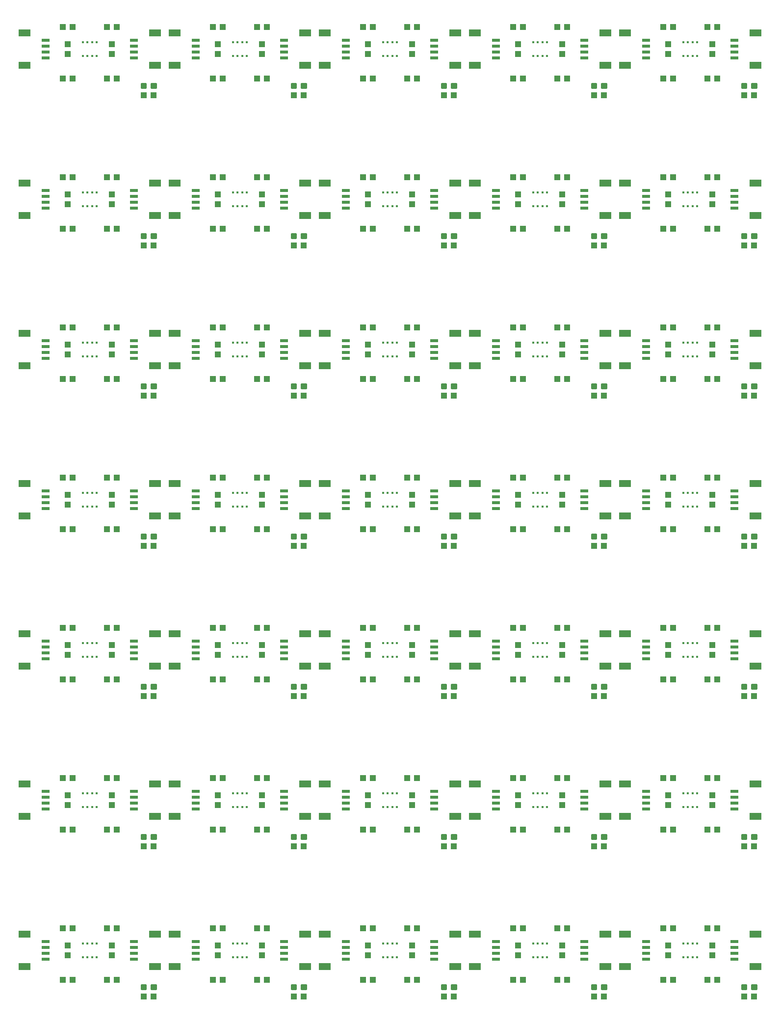
<source format=gtp>
G04 EAGLE Gerber RS-274X export*
G75*
%MOMM*%
%FSLAX34Y34*%
%LPD*%
%INSolderpaste Top*%
%IPPOS*%
%AMOC8*
5,1,8,0,0,1.08239X$1,22.5*%
G01*
%ADD10R,1.000000X1.100000*%
%ADD11R,1.100000X1.000000*%
%ADD12R,2.000000X1.200000*%
%ADD13R,1.350000X0.600000*%
%ADD14R,0.400000X0.400000*%
%ADD15C,0.300000*%


D10*
X88900Y118500D03*
X88900Y135500D03*
X165100Y135500D03*
X165100Y118500D03*
D11*
X156600Y165100D03*
X173600Y165100D03*
X173600Y76200D03*
X156600Y76200D03*
X80400Y76200D03*
X97400Y76200D03*
D12*
X14050Y155000D03*
X14050Y99000D03*
D13*
X50800Y142000D03*
X50800Y132000D03*
X50800Y122000D03*
X50800Y112000D03*
D12*
X239950Y99000D03*
X239950Y155000D03*
D13*
X203200Y112000D03*
X203200Y122000D03*
X203200Y132000D03*
X203200Y142000D03*
D11*
X80400Y165100D03*
X97400Y165100D03*
D14*
X139000Y115000D03*
X131000Y115000D03*
X115000Y115000D03*
X115000Y139000D03*
X131000Y139000D03*
X139000Y139000D03*
X123000Y139000D03*
X123000Y115000D03*
D11*
X220100Y46990D03*
X237100Y46990D03*
D15*
X233870Y60000D02*
X233870Y67000D01*
X240870Y67000D01*
X240870Y60000D01*
X233870Y60000D01*
X233870Y62850D02*
X240870Y62850D01*
X240870Y65700D02*
X233870Y65700D01*
X216330Y67000D02*
X216330Y60000D01*
X216330Y67000D02*
X223330Y67000D01*
X223330Y60000D01*
X216330Y60000D01*
X216330Y62850D02*
X223330Y62850D01*
X223330Y65700D02*
X216330Y65700D01*
D10*
X347980Y118500D03*
X347980Y135500D03*
X424180Y135500D03*
X424180Y118500D03*
D11*
X415680Y165100D03*
X432680Y165100D03*
X432680Y76200D03*
X415680Y76200D03*
X339480Y76200D03*
X356480Y76200D03*
D12*
X273130Y155000D03*
X273130Y99000D03*
D13*
X309880Y142000D03*
X309880Y132000D03*
X309880Y122000D03*
X309880Y112000D03*
D12*
X499030Y99000D03*
X499030Y155000D03*
D13*
X462280Y112000D03*
X462280Y122000D03*
X462280Y132000D03*
X462280Y142000D03*
D11*
X339480Y165100D03*
X356480Y165100D03*
D14*
X398080Y115000D03*
X390080Y115000D03*
X374080Y115000D03*
X374080Y139000D03*
X390080Y139000D03*
X398080Y139000D03*
X382080Y139000D03*
X382080Y115000D03*
D11*
X479180Y46990D03*
X496180Y46990D03*
D15*
X492950Y60000D02*
X492950Y67000D01*
X499950Y67000D01*
X499950Y60000D01*
X492950Y60000D01*
X492950Y62850D02*
X499950Y62850D01*
X499950Y65700D02*
X492950Y65700D01*
X475410Y67000D02*
X475410Y60000D01*
X475410Y67000D02*
X482410Y67000D01*
X482410Y60000D01*
X475410Y60000D01*
X475410Y62850D02*
X482410Y62850D01*
X482410Y65700D02*
X475410Y65700D01*
D10*
X607060Y118500D03*
X607060Y135500D03*
X683260Y135500D03*
X683260Y118500D03*
D11*
X674760Y165100D03*
X691760Y165100D03*
X691760Y76200D03*
X674760Y76200D03*
X598560Y76200D03*
X615560Y76200D03*
D12*
X532210Y155000D03*
X532210Y99000D03*
D13*
X568960Y142000D03*
X568960Y132000D03*
X568960Y122000D03*
X568960Y112000D03*
D12*
X758110Y99000D03*
X758110Y155000D03*
D13*
X721360Y112000D03*
X721360Y122000D03*
X721360Y132000D03*
X721360Y142000D03*
D11*
X598560Y165100D03*
X615560Y165100D03*
D14*
X657160Y115000D03*
X649160Y115000D03*
X633160Y115000D03*
X633160Y139000D03*
X649160Y139000D03*
X657160Y139000D03*
X641160Y139000D03*
X641160Y115000D03*
D11*
X738260Y46990D03*
X755260Y46990D03*
D15*
X752030Y60000D02*
X752030Y67000D01*
X759030Y67000D01*
X759030Y60000D01*
X752030Y60000D01*
X752030Y62850D02*
X759030Y62850D01*
X759030Y65700D02*
X752030Y65700D01*
X734490Y67000D02*
X734490Y60000D01*
X734490Y67000D02*
X741490Y67000D01*
X741490Y60000D01*
X734490Y60000D01*
X734490Y62850D02*
X741490Y62850D01*
X741490Y65700D02*
X734490Y65700D01*
D10*
X866140Y118500D03*
X866140Y135500D03*
X942340Y135500D03*
X942340Y118500D03*
D11*
X933840Y165100D03*
X950840Y165100D03*
X950840Y76200D03*
X933840Y76200D03*
X857640Y76200D03*
X874640Y76200D03*
D12*
X791290Y155000D03*
X791290Y99000D03*
D13*
X828040Y142000D03*
X828040Y132000D03*
X828040Y122000D03*
X828040Y112000D03*
D12*
X1017190Y99000D03*
X1017190Y155000D03*
D13*
X980440Y112000D03*
X980440Y122000D03*
X980440Y132000D03*
X980440Y142000D03*
D11*
X857640Y165100D03*
X874640Y165100D03*
D14*
X916240Y115000D03*
X908240Y115000D03*
X892240Y115000D03*
X892240Y139000D03*
X908240Y139000D03*
X916240Y139000D03*
X900240Y139000D03*
X900240Y115000D03*
D11*
X997340Y46990D03*
X1014340Y46990D03*
D15*
X1011110Y60000D02*
X1011110Y67000D01*
X1018110Y67000D01*
X1018110Y60000D01*
X1011110Y60000D01*
X1011110Y62850D02*
X1018110Y62850D01*
X1018110Y65700D02*
X1011110Y65700D01*
X993570Y67000D02*
X993570Y60000D01*
X993570Y67000D02*
X1000570Y67000D01*
X1000570Y60000D01*
X993570Y60000D01*
X993570Y62850D02*
X1000570Y62850D01*
X1000570Y65700D02*
X993570Y65700D01*
D10*
X1125220Y118500D03*
X1125220Y135500D03*
X1201420Y135500D03*
X1201420Y118500D03*
D11*
X1192920Y165100D03*
X1209920Y165100D03*
X1209920Y76200D03*
X1192920Y76200D03*
X1116720Y76200D03*
X1133720Y76200D03*
D12*
X1050370Y155000D03*
X1050370Y99000D03*
D13*
X1087120Y142000D03*
X1087120Y132000D03*
X1087120Y122000D03*
X1087120Y112000D03*
D12*
X1276270Y99000D03*
X1276270Y155000D03*
D13*
X1239520Y112000D03*
X1239520Y122000D03*
X1239520Y132000D03*
X1239520Y142000D03*
D11*
X1116720Y165100D03*
X1133720Y165100D03*
D14*
X1175320Y115000D03*
X1167320Y115000D03*
X1151320Y115000D03*
X1151320Y139000D03*
X1167320Y139000D03*
X1175320Y139000D03*
X1159320Y139000D03*
X1159320Y115000D03*
D11*
X1256420Y46990D03*
X1273420Y46990D03*
D15*
X1270190Y60000D02*
X1270190Y67000D01*
X1277190Y67000D01*
X1277190Y60000D01*
X1270190Y60000D01*
X1270190Y62850D02*
X1277190Y62850D01*
X1277190Y65700D02*
X1270190Y65700D01*
X1252650Y67000D02*
X1252650Y60000D01*
X1252650Y67000D02*
X1259650Y67000D01*
X1259650Y60000D01*
X1252650Y60000D01*
X1252650Y62850D02*
X1259650Y62850D01*
X1259650Y65700D02*
X1252650Y65700D01*
D10*
X88900Y377580D03*
X88900Y394580D03*
X165100Y394580D03*
X165100Y377580D03*
D11*
X156600Y424180D03*
X173600Y424180D03*
X173600Y335280D03*
X156600Y335280D03*
X80400Y335280D03*
X97400Y335280D03*
D12*
X14050Y414080D03*
X14050Y358080D03*
D13*
X50800Y401080D03*
X50800Y391080D03*
X50800Y381080D03*
X50800Y371080D03*
D12*
X239950Y358080D03*
X239950Y414080D03*
D13*
X203200Y371080D03*
X203200Y381080D03*
X203200Y391080D03*
X203200Y401080D03*
D11*
X80400Y424180D03*
X97400Y424180D03*
D14*
X139000Y374080D03*
X131000Y374080D03*
X115000Y374080D03*
X115000Y398080D03*
X131000Y398080D03*
X139000Y398080D03*
X123000Y398080D03*
X123000Y374080D03*
D11*
X220100Y306070D03*
X237100Y306070D03*
D15*
X233870Y319080D02*
X233870Y326080D01*
X240870Y326080D01*
X240870Y319080D01*
X233870Y319080D01*
X233870Y321930D02*
X240870Y321930D01*
X240870Y324780D02*
X233870Y324780D01*
X216330Y326080D02*
X216330Y319080D01*
X216330Y326080D02*
X223330Y326080D01*
X223330Y319080D01*
X216330Y319080D01*
X216330Y321930D02*
X223330Y321930D01*
X223330Y324780D02*
X216330Y324780D01*
D10*
X347980Y377580D03*
X347980Y394580D03*
X424180Y394580D03*
X424180Y377580D03*
D11*
X415680Y424180D03*
X432680Y424180D03*
X432680Y335280D03*
X415680Y335280D03*
X339480Y335280D03*
X356480Y335280D03*
D12*
X273130Y414080D03*
X273130Y358080D03*
D13*
X309880Y401080D03*
X309880Y391080D03*
X309880Y381080D03*
X309880Y371080D03*
D12*
X499030Y358080D03*
X499030Y414080D03*
D13*
X462280Y371080D03*
X462280Y381080D03*
X462280Y391080D03*
X462280Y401080D03*
D11*
X339480Y424180D03*
X356480Y424180D03*
D14*
X398080Y374080D03*
X390080Y374080D03*
X374080Y374080D03*
X374080Y398080D03*
X390080Y398080D03*
X398080Y398080D03*
X382080Y398080D03*
X382080Y374080D03*
D11*
X479180Y306070D03*
X496180Y306070D03*
D15*
X492950Y319080D02*
X492950Y326080D01*
X499950Y326080D01*
X499950Y319080D01*
X492950Y319080D01*
X492950Y321930D02*
X499950Y321930D01*
X499950Y324780D02*
X492950Y324780D01*
X475410Y326080D02*
X475410Y319080D01*
X475410Y326080D02*
X482410Y326080D01*
X482410Y319080D01*
X475410Y319080D01*
X475410Y321930D02*
X482410Y321930D01*
X482410Y324780D02*
X475410Y324780D01*
D10*
X607060Y377580D03*
X607060Y394580D03*
X683260Y394580D03*
X683260Y377580D03*
D11*
X674760Y424180D03*
X691760Y424180D03*
X691760Y335280D03*
X674760Y335280D03*
X598560Y335280D03*
X615560Y335280D03*
D12*
X532210Y414080D03*
X532210Y358080D03*
D13*
X568960Y401080D03*
X568960Y391080D03*
X568960Y381080D03*
X568960Y371080D03*
D12*
X758110Y358080D03*
X758110Y414080D03*
D13*
X721360Y371080D03*
X721360Y381080D03*
X721360Y391080D03*
X721360Y401080D03*
D11*
X598560Y424180D03*
X615560Y424180D03*
D14*
X657160Y374080D03*
X649160Y374080D03*
X633160Y374080D03*
X633160Y398080D03*
X649160Y398080D03*
X657160Y398080D03*
X641160Y398080D03*
X641160Y374080D03*
D11*
X738260Y306070D03*
X755260Y306070D03*
D15*
X752030Y319080D02*
X752030Y326080D01*
X759030Y326080D01*
X759030Y319080D01*
X752030Y319080D01*
X752030Y321930D02*
X759030Y321930D01*
X759030Y324780D02*
X752030Y324780D01*
X734490Y326080D02*
X734490Y319080D01*
X734490Y326080D02*
X741490Y326080D01*
X741490Y319080D01*
X734490Y319080D01*
X734490Y321930D02*
X741490Y321930D01*
X741490Y324780D02*
X734490Y324780D01*
D10*
X866140Y377580D03*
X866140Y394580D03*
X942340Y394580D03*
X942340Y377580D03*
D11*
X933840Y424180D03*
X950840Y424180D03*
X950840Y335280D03*
X933840Y335280D03*
X857640Y335280D03*
X874640Y335280D03*
D12*
X791290Y414080D03*
X791290Y358080D03*
D13*
X828040Y401080D03*
X828040Y391080D03*
X828040Y381080D03*
X828040Y371080D03*
D12*
X1017190Y358080D03*
X1017190Y414080D03*
D13*
X980440Y371080D03*
X980440Y381080D03*
X980440Y391080D03*
X980440Y401080D03*
D11*
X857640Y424180D03*
X874640Y424180D03*
D14*
X916240Y374080D03*
X908240Y374080D03*
X892240Y374080D03*
X892240Y398080D03*
X908240Y398080D03*
X916240Y398080D03*
X900240Y398080D03*
X900240Y374080D03*
D11*
X997340Y306070D03*
X1014340Y306070D03*
D15*
X1011110Y319080D02*
X1011110Y326080D01*
X1018110Y326080D01*
X1018110Y319080D01*
X1011110Y319080D01*
X1011110Y321930D02*
X1018110Y321930D01*
X1018110Y324780D02*
X1011110Y324780D01*
X993570Y326080D02*
X993570Y319080D01*
X993570Y326080D02*
X1000570Y326080D01*
X1000570Y319080D01*
X993570Y319080D01*
X993570Y321930D02*
X1000570Y321930D01*
X1000570Y324780D02*
X993570Y324780D01*
D10*
X1125220Y377580D03*
X1125220Y394580D03*
X1201420Y394580D03*
X1201420Y377580D03*
D11*
X1192920Y424180D03*
X1209920Y424180D03*
X1209920Y335280D03*
X1192920Y335280D03*
X1116720Y335280D03*
X1133720Y335280D03*
D12*
X1050370Y414080D03*
X1050370Y358080D03*
D13*
X1087120Y401080D03*
X1087120Y391080D03*
X1087120Y381080D03*
X1087120Y371080D03*
D12*
X1276270Y358080D03*
X1276270Y414080D03*
D13*
X1239520Y371080D03*
X1239520Y381080D03*
X1239520Y391080D03*
X1239520Y401080D03*
D11*
X1116720Y424180D03*
X1133720Y424180D03*
D14*
X1175320Y374080D03*
X1167320Y374080D03*
X1151320Y374080D03*
X1151320Y398080D03*
X1167320Y398080D03*
X1175320Y398080D03*
X1159320Y398080D03*
X1159320Y374080D03*
D11*
X1256420Y306070D03*
X1273420Y306070D03*
D15*
X1270190Y319080D02*
X1270190Y326080D01*
X1277190Y326080D01*
X1277190Y319080D01*
X1270190Y319080D01*
X1270190Y321930D02*
X1277190Y321930D01*
X1277190Y324780D02*
X1270190Y324780D01*
X1252650Y326080D02*
X1252650Y319080D01*
X1252650Y326080D02*
X1259650Y326080D01*
X1259650Y319080D01*
X1252650Y319080D01*
X1252650Y321930D02*
X1259650Y321930D01*
X1259650Y324780D02*
X1252650Y324780D01*
D10*
X88900Y636660D03*
X88900Y653660D03*
X165100Y653660D03*
X165100Y636660D03*
D11*
X156600Y683260D03*
X173600Y683260D03*
X173600Y594360D03*
X156600Y594360D03*
X80400Y594360D03*
X97400Y594360D03*
D12*
X14050Y673160D03*
X14050Y617160D03*
D13*
X50800Y660160D03*
X50800Y650160D03*
X50800Y640160D03*
X50800Y630160D03*
D12*
X239950Y617160D03*
X239950Y673160D03*
D13*
X203200Y630160D03*
X203200Y640160D03*
X203200Y650160D03*
X203200Y660160D03*
D11*
X80400Y683260D03*
X97400Y683260D03*
D14*
X139000Y633160D03*
X131000Y633160D03*
X115000Y633160D03*
X115000Y657160D03*
X131000Y657160D03*
X139000Y657160D03*
X123000Y657160D03*
X123000Y633160D03*
D11*
X220100Y565150D03*
X237100Y565150D03*
D15*
X233870Y578160D02*
X233870Y585160D01*
X240870Y585160D01*
X240870Y578160D01*
X233870Y578160D01*
X233870Y581010D02*
X240870Y581010D01*
X240870Y583860D02*
X233870Y583860D01*
X216330Y585160D02*
X216330Y578160D01*
X216330Y585160D02*
X223330Y585160D01*
X223330Y578160D01*
X216330Y578160D01*
X216330Y581010D02*
X223330Y581010D01*
X223330Y583860D02*
X216330Y583860D01*
D10*
X347980Y636660D03*
X347980Y653660D03*
X424180Y653660D03*
X424180Y636660D03*
D11*
X415680Y683260D03*
X432680Y683260D03*
X432680Y594360D03*
X415680Y594360D03*
X339480Y594360D03*
X356480Y594360D03*
D12*
X273130Y673160D03*
X273130Y617160D03*
D13*
X309880Y660160D03*
X309880Y650160D03*
X309880Y640160D03*
X309880Y630160D03*
D12*
X499030Y617160D03*
X499030Y673160D03*
D13*
X462280Y630160D03*
X462280Y640160D03*
X462280Y650160D03*
X462280Y660160D03*
D11*
X339480Y683260D03*
X356480Y683260D03*
D14*
X398080Y633160D03*
X390080Y633160D03*
X374080Y633160D03*
X374080Y657160D03*
X390080Y657160D03*
X398080Y657160D03*
X382080Y657160D03*
X382080Y633160D03*
D11*
X479180Y565150D03*
X496180Y565150D03*
D15*
X492950Y578160D02*
X492950Y585160D01*
X499950Y585160D01*
X499950Y578160D01*
X492950Y578160D01*
X492950Y581010D02*
X499950Y581010D01*
X499950Y583860D02*
X492950Y583860D01*
X475410Y585160D02*
X475410Y578160D01*
X475410Y585160D02*
X482410Y585160D01*
X482410Y578160D01*
X475410Y578160D01*
X475410Y581010D02*
X482410Y581010D01*
X482410Y583860D02*
X475410Y583860D01*
D10*
X607060Y636660D03*
X607060Y653660D03*
X683260Y653660D03*
X683260Y636660D03*
D11*
X674760Y683260D03*
X691760Y683260D03*
X691760Y594360D03*
X674760Y594360D03*
X598560Y594360D03*
X615560Y594360D03*
D12*
X532210Y673160D03*
X532210Y617160D03*
D13*
X568960Y660160D03*
X568960Y650160D03*
X568960Y640160D03*
X568960Y630160D03*
D12*
X758110Y617160D03*
X758110Y673160D03*
D13*
X721360Y630160D03*
X721360Y640160D03*
X721360Y650160D03*
X721360Y660160D03*
D11*
X598560Y683260D03*
X615560Y683260D03*
D14*
X657160Y633160D03*
X649160Y633160D03*
X633160Y633160D03*
X633160Y657160D03*
X649160Y657160D03*
X657160Y657160D03*
X641160Y657160D03*
X641160Y633160D03*
D11*
X738260Y565150D03*
X755260Y565150D03*
D15*
X752030Y578160D02*
X752030Y585160D01*
X759030Y585160D01*
X759030Y578160D01*
X752030Y578160D01*
X752030Y581010D02*
X759030Y581010D01*
X759030Y583860D02*
X752030Y583860D01*
X734490Y585160D02*
X734490Y578160D01*
X734490Y585160D02*
X741490Y585160D01*
X741490Y578160D01*
X734490Y578160D01*
X734490Y581010D02*
X741490Y581010D01*
X741490Y583860D02*
X734490Y583860D01*
D10*
X866140Y636660D03*
X866140Y653660D03*
X942340Y653660D03*
X942340Y636660D03*
D11*
X933840Y683260D03*
X950840Y683260D03*
X950840Y594360D03*
X933840Y594360D03*
X857640Y594360D03*
X874640Y594360D03*
D12*
X791290Y673160D03*
X791290Y617160D03*
D13*
X828040Y660160D03*
X828040Y650160D03*
X828040Y640160D03*
X828040Y630160D03*
D12*
X1017190Y617160D03*
X1017190Y673160D03*
D13*
X980440Y630160D03*
X980440Y640160D03*
X980440Y650160D03*
X980440Y660160D03*
D11*
X857640Y683260D03*
X874640Y683260D03*
D14*
X916240Y633160D03*
X908240Y633160D03*
X892240Y633160D03*
X892240Y657160D03*
X908240Y657160D03*
X916240Y657160D03*
X900240Y657160D03*
X900240Y633160D03*
D11*
X997340Y565150D03*
X1014340Y565150D03*
D15*
X1011110Y578160D02*
X1011110Y585160D01*
X1018110Y585160D01*
X1018110Y578160D01*
X1011110Y578160D01*
X1011110Y581010D02*
X1018110Y581010D01*
X1018110Y583860D02*
X1011110Y583860D01*
X993570Y585160D02*
X993570Y578160D01*
X993570Y585160D02*
X1000570Y585160D01*
X1000570Y578160D01*
X993570Y578160D01*
X993570Y581010D02*
X1000570Y581010D01*
X1000570Y583860D02*
X993570Y583860D01*
D10*
X1125220Y636660D03*
X1125220Y653660D03*
X1201420Y653660D03*
X1201420Y636660D03*
D11*
X1192920Y683260D03*
X1209920Y683260D03*
X1209920Y594360D03*
X1192920Y594360D03*
X1116720Y594360D03*
X1133720Y594360D03*
D12*
X1050370Y673160D03*
X1050370Y617160D03*
D13*
X1087120Y660160D03*
X1087120Y650160D03*
X1087120Y640160D03*
X1087120Y630160D03*
D12*
X1276270Y617160D03*
X1276270Y673160D03*
D13*
X1239520Y630160D03*
X1239520Y640160D03*
X1239520Y650160D03*
X1239520Y660160D03*
D11*
X1116720Y683260D03*
X1133720Y683260D03*
D14*
X1175320Y633160D03*
X1167320Y633160D03*
X1151320Y633160D03*
X1151320Y657160D03*
X1167320Y657160D03*
X1175320Y657160D03*
X1159320Y657160D03*
X1159320Y633160D03*
D11*
X1256420Y565150D03*
X1273420Y565150D03*
D15*
X1270190Y578160D02*
X1270190Y585160D01*
X1277190Y585160D01*
X1277190Y578160D01*
X1270190Y578160D01*
X1270190Y581010D02*
X1277190Y581010D01*
X1277190Y583860D02*
X1270190Y583860D01*
X1252650Y585160D02*
X1252650Y578160D01*
X1252650Y585160D02*
X1259650Y585160D01*
X1259650Y578160D01*
X1252650Y578160D01*
X1252650Y581010D02*
X1259650Y581010D01*
X1259650Y583860D02*
X1252650Y583860D01*
D10*
X88900Y895740D03*
X88900Y912740D03*
X165100Y912740D03*
X165100Y895740D03*
D11*
X156600Y942340D03*
X173600Y942340D03*
X173600Y853440D03*
X156600Y853440D03*
X80400Y853440D03*
X97400Y853440D03*
D12*
X14050Y932240D03*
X14050Y876240D03*
D13*
X50800Y919240D03*
X50800Y909240D03*
X50800Y899240D03*
X50800Y889240D03*
D12*
X239950Y876240D03*
X239950Y932240D03*
D13*
X203200Y889240D03*
X203200Y899240D03*
X203200Y909240D03*
X203200Y919240D03*
D11*
X80400Y942340D03*
X97400Y942340D03*
D14*
X139000Y892240D03*
X131000Y892240D03*
X115000Y892240D03*
X115000Y916240D03*
X131000Y916240D03*
X139000Y916240D03*
X123000Y916240D03*
X123000Y892240D03*
D11*
X220100Y824230D03*
X237100Y824230D03*
D15*
X233870Y837240D02*
X233870Y844240D01*
X240870Y844240D01*
X240870Y837240D01*
X233870Y837240D01*
X233870Y840090D02*
X240870Y840090D01*
X240870Y842940D02*
X233870Y842940D01*
X216330Y844240D02*
X216330Y837240D01*
X216330Y844240D02*
X223330Y844240D01*
X223330Y837240D01*
X216330Y837240D01*
X216330Y840090D02*
X223330Y840090D01*
X223330Y842940D02*
X216330Y842940D01*
D10*
X347980Y895740D03*
X347980Y912740D03*
X424180Y912740D03*
X424180Y895740D03*
D11*
X415680Y942340D03*
X432680Y942340D03*
X432680Y853440D03*
X415680Y853440D03*
X339480Y853440D03*
X356480Y853440D03*
D12*
X273130Y932240D03*
X273130Y876240D03*
D13*
X309880Y919240D03*
X309880Y909240D03*
X309880Y899240D03*
X309880Y889240D03*
D12*
X499030Y876240D03*
X499030Y932240D03*
D13*
X462280Y889240D03*
X462280Y899240D03*
X462280Y909240D03*
X462280Y919240D03*
D11*
X339480Y942340D03*
X356480Y942340D03*
D14*
X398080Y892240D03*
X390080Y892240D03*
X374080Y892240D03*
X374080Y916240D03*
X390080Y916240D03*
X398080Y916240D03*
X382080Y916240D03*
X382080Y892240D03*
D11*
X479180Y824230D03*
X496180Y824230D03*
D15*
X492950Y837240D02*
X492950Y844240D01*
X499950Y844240D01*
X499950Y837240D01*
X492950Y837240D01*
X492950Y840090D02*
X499950Y840090D01*
X499950Y842940D02*
X492950Y842940D01*
X475410Y844240D02*
X475410Y837240D01*
X475410Y844240D02*
X482410Y844240D01*
X482410Y837240D01*
X475410Y837240D01*
X475410Y840090D02*
X482410Y840090D01*
X482410Y842940D02*
X475410Y842940D01*
D10*
X607060Y895740D03*
X607060Y912740D03*
X683260Y912740D03*
X683260Y895740D03*
D11*
X674760Y942340D03*
X691760Y942340D03*
X691760Y853440D03*
X674760Y853440D03*
X598560Y853440D03*
X615560Y853440D03*
D12*
X532210Y932240D03*
X532210Y876240D03*
D13*
X568960Y919240D03*
X568960Y909240D03*
X568960Y899240D03*
X568960Y889240D03*
D12*
X758110Y876240D03*
X758110Y932240D03*
D13*
X721360Y889240D03*
X721360Y899240D03*
X721360Y909240D03*
X721360Y919240D03*
D11*
X598560Y942340D03*
X615560Y942340D03*
D14*
X657160Y892240D03*
X649160Y892240D03*
X633160Y892240D03*
X633160Y916240D03*
X649160Y916240D03*
X657160Y916240D03*
X641160Y916240D03*
X641160Y892240D03*
D11*
X738260Y824230D03*
X755260Y824230D03*
D15*
X752030Y837240D02*
X752030Y844240D01*
X759030Y844240D01*
X759030Y837240D01*
X752030Y837240D01*
X752030Y840090D02*
X759030Y840090D01*
X759030Y842940D02*
X752030Y842940D01*
X734490Y844240D02*
X734490Y837240D01*
X734490Y844240D02*
X741490Y844240D01*
X741490Y837240D01*
X734490Y837240D01*
X734490Y840090D02*
X741490Y840090D01*
X741490Y842940D02*
X734490Y842940D01*
D10*
X866140Y895740D03*
X866140Y912740D03*
X942340Y912740D03*
X942340Y895740D03*
D11*
X933840Y942340D03*
X950840Y942340D03*
X950840Y853440D03*
X933840Y853440D03*
X857640Y853440D03*
X874640Y853440D03*
D12*
X791290Y932240D03*
X791290Y876240D03*
D13*
X828040Y919240D03*
X828040Y909240D03*
X828040Y899240D03*
X828040Y889240D03*
D12*
X1017190Y876240D03*
X1017190Y932240D03*
D13*
X980440Y889240D03*
X980440Y899240D03*
X980440Y909240D03*
X980440Y919240D03*
D11*
X857640Y942340D03*
X874640Y942340D03*
D14*
X916240Y892240D03*
X908240Y892240D03*
X892240Y892240D03*
X892240Y916240D03*
X908240Y916240D03*
X916240Y916240D03*
X900240Y916240D03*
X900240Y892240D03*
D11*
X997340Y824230D03*
X1014340Y824230D03*
D15*
X1011110Y837240D02*
X1011110Y844240D01*
X1018110Y844240D01*
X1018110Y837240D01*
X1011110Y837240D01*
X1011110Y840090D02*
X1018110Y840090D01*
X1018110Y842940D02*
X1011110Y842940D01*
X993570Y844240D02*
X993570Y837240D01*
X993570Y844240D02*
X1000570Y844240D01*
X1000570Y837240D01*
X993570Y837240D01*
X993570Y840090D02*
X1000570Y840090D01*
X1000570Y842940D02*
X993570Y842940D01*
D10*
X1125220Y895740D03*
X1125220Y912740D03*
X1201420Y912740D03*
X1201420Y895740D03*
D11*
X1192920Y942340D03*
X1209920Y942340D03*
X1209920Y853440D03*
X1192920Y853440D03*
X1116720Y853440D03*
X1133720Y853440D03*
D12*
X1050370Y932240D03*
X1050370Y876240D03*
D13*
X1087120Y919240D03*
X1087120Y909240D03*
X1087120Y899240D03*
X1087120Y889240D03*
D12*
X1276270Y876240D03*
X1276270Y932240D03*
D13*
X1239520Y889240D03*
X1239520Y899240D03*
X1239520Y909240D03*
X1239520Y919240D03*
D11*
X1116720Y942340D03*
X1133720Y942340D03*
D14*
X1175320Y892240D03*
X1167320Y892240D03*
X1151320Y892240D03*
X1151320Y916240D03*
X1167320Y916240D03*
X1175320Y916240D03*
X1159320Y916240D03*
X1159320Y892240D03*
D11*
X1256420Y824230D03*
X1273420Y824230D03*
D15*
X1270190Y837240D02*
X1270190Y844240D01*
X1277190Y844240D01*
X1277190Y837240D01*
X1270190Y837240D01*
X1270190Y840090D02*
X1277190Y840090D01*
X1277190Y842940D02*
X1270190Y842940D01*
X1252650Y844240D02*
X1252650Y837240D01*
X1252650Y844240D02*
X1259650Y844240D01*
X1259650Y837240D01*
X1252650Y837240D01*
X1252650Y840090D02*
X1259650Y840090D01*
X1259650Y842940D02*
X1252650Y842940D01*
D10*
X88900Y1154820D03*
X88900Y1171820D03*
X165100Y1171820D03*
X165100Y1154820D03*
D11*
X156600Y1201420D03*
X173600Y1201420D03*
X173600Y1112520D03*
X156600Y1112520D03*
X80400Y1112520D03*
X97400Y1112520D03*
D12*
X14050Y1191320D03*
X14050Y1135320D03*
D13*
X50800Y1178320D03*
X50800Y1168320D03*
X50800Y1158320D03*
X50800Y1148320D03*
D12*
X239950Y1135320D03*
X239950Y1191320D03*
D13*
X203200Y1148320D03*
X203200Y1158320D03*
X203200Y1168320D03*
X203200Y1178320D03*
D11*
X80400Y1201420D03*
X97400Y1201420D03*
D14*
X139000Y1151320D03*
X131000Y1151320D03*
X115000Y1151320D03*
X115000Y1175320D03*
X131000Y1175320D03*
X139000Y1175320D03*
X123000Y1175320D03*
X123000Y1151320D03*
D11*
X220100Y1083310D03*
X237100Y1083310D03*
D15*
X233870Y1096320D02*
X233870Y1103320D01*
X240870Y1103320D01*
X240870Y1096320D01*
X233870Y1096320D01*
X233870Y1099170D02*
X240870Y1099170D01*
X240870Y1102020D02*
X233870Y1102020D01*
X216330Y1103320D02*
X216330Y1096320D01*
X216330Y1103320D02*
X223330Y1103320D01*
X223330Y1096320D01*
X216330Y1096320D01*
X216330Y1099170D02*
X223330Y1099170D01*
X223330Y1102020D02*
X216330Y1102020D01*
D10*
X347980Y1154820D03*
X347980Y1171820D03*
X424180Y1171820D03*
X424180Y1154820D03*
D11*
X415680Y1201420D03*
X432680Y1201420D03*
X432680Y1112520D03*
X415680Y1112520D03*
X339480Y1112520D03*
X356480Y1112520D03*
D12*
X273130Y1191320D03*
X273130Y1135320D03*
D13*
X309880Y1178320D03*
X309880Y1168320D03*
X309880Y1158320D03*
X309880Y1148320D03*
D12*
X499030Y1135320D03*
X499030Y1191320D03*
D13*
X462280Y1148320D03*
X462280Y1158320D03*
X462280Y1168320D03*
X462280Y1178320D03*
D11*
X339480Y1201420D03*
X356480Y1201420D03*
D14*
X398080Y1151320D03*
X390080Y1151320D03*
X374080Y1151320D03*
X374080Y1175320D03*
X390080Y1175320D03*
X398080Y1175320D03*
X382080Y1175320D03*
X382080Y1151320D03*
D11*
X479180Y1083310D03*
X496180Y1083310D03*
D15*
X492950Y1096320D02*
X492950Y1103320D01*
X499950Y1103320D01*
X499950Y1096320D01*
X492950Y1096320D01*
X492950Y1099170D02*
X499950Y1099170D01*
X499950Y1102020D02*
X492950Y1102020D01*
X475410Y1103320D02*
X475410Y1096320D01*
X475410Y1103320D02*
X482410Y1103320D01*
X482410Y1096320D01*
X475410Y1096320D01*
X475410Y1099170D02*
X482410Y1099170D01*
X482410Y1102020D02*
X475410Y1102020D01*
D10*
X607060Y1154820D03*
X607060Y1171820D03*
X683260Y1171820D03*
X683260Y1154820D03*
D11*
X674760Y1201420D03*
X691760Y1201420D03*
X691760Y1112520D03*
X674760Y1112520D03*
X598560Y1112520D03*
X615560Y1112520D03*
D12*
X532210Y1191320D03*
X532210Y1135320D03*
D13*
X568960Y1178320D03*
X568960Y1168320D03*
X568960Y1158320D03*
X568960Y1148320D03*
D12*
X758110Y1135320D03*
X758110Y1191320D03*
D13*
X721360Y1148320D03*
X721360Y1158320D03*
X721360Y1168320D03*
X721360Y1178320D03*
D11*
X598560Y1201420D03*
X615560Y1201420D03*
D14*
X657160Y1151320D03*
X649160Y1151320D03*
X633160Y1151320D03*
X633160Y1175320D03*
X649160Y1175320D03*
X657160Y1175320D03*
X641160Y1175320D03*
X641160Y1151320D03*
D11*
X738260Y1083310D03*
X755260Y1083310D03*
D15*
X752030Y1096320D02*
X752030Y1103320D01*
X759030Y1103320D01*
X759030Y1096320D01*
X752030Y1096320D01*
X752030Y1099170D02*
X759030Y1099170D01*
X759030Y1102020D02*
X752030Y1102020D01*
X734490Y1103320D02*
X734490Y1096320D01*
X734490Y1103320D02*
X741490Y1103320D01*
X741490Y1096320D01*
X734490Y1096320D01*
X734490Y1099170D02*
X741490Y1099170D01*
X741490Y1102020D02*
X734490Y1102020D01*
D10*
X866140Y1154820D03*
X866140Y1171820D03*
X942340Y1171820D03*
X942340Y1154820D03*
D11*
X933840Y1201420D03*
X950840Y1201420D03*
X950840Y1112520D03*
X933840Y1112520D03*
X857640Y1112520D03*
X874640Y1112520D03*
D12*
X791290Y1191320D03*
X791290Y1135320D03*
D13*
X828040Y1178320D03*
X828040Y1168320D03*
X828040Y1158320D03*
X828040Y1148320D03*
D12*
X1017190Y1135320D03*
X1017190Y1191320D03*
D13*
X980440Y1148320D03*
X980440Y1158320D03*
X980440Y1168320D03*
X980440Y1178320D03*
D11*
X857640Y1201420D03*
X874640Y1201420D03*
D14*
X916240Y1151320D03*
X908240Y1151320D03*
X892240Y1151320D03*
X892240Y1175320D03*
X908240Y1175320D03*
X916240Y1175320D03*
X900240Y1175320D03*
X900240Y1151320D03*
D11*
X997340Y1083310D03*
X1014340Y1083310D03*
D15*
X1011110Y1096320D02*
X1011110Y1103320D01*
X1018110Y1103320D01*
X1018110Y1096320D01*
X1011110Y1096320D01*
X1011110Y1099170D02*
X1018110Y1099170D01*
X1018110Y1102020D02*
X1011110Y1102020D01*
X993570Y1103320D02*
X993570Y1096320D01*
X993570Y1103320D02*
X1000570Y1103320D01*
X1000570Y1096320D01*
X993570Y1096320D01*
X993570Y1099170D02*
X1000570Y1099170D01*
X1000570Y1102020D02*
X993570Y1102020D01*
D10*
X1125220Y1154820D03*
X1125220Y1171820D03*
X1201420Y1171820D03*
X1201420Y1154820D03*
D11*
X1192920Y1201420D03*
X1209920Y1201420D03*
X1209920Y1112520D03*
X1192920Y1112520D03*
X1116720Y1112520D03*
X1133720Y1112520D03*
D12*
X1050370Y1191320D03*
X1050370Y1135320D03*
D13*
X1087120Y1178320D03*
X1087120Y1168320D03*
X1087120Y1158320D03*
X1087120Y1148320D03*
D12*
X1276270Y1135320D03*
X1276270Y1191320D03*
D13*
X1239520Y1148320D03*
X1239520Y1158320D03*
X1239520Y1168320D03*
X1239520Y1178320D03*
D11*
X1116720Y1201420D03*
X1133720Y1201420D03*
D14*
X1175320Y1151320D03*
X1167320Y1151320D03*
X1151320Y1151320D03*
X1151320Y1175320D03*
X1167320Y1175320D03*
X1175320Y1175320D03*
X1159320Y1175320D03*
X1159320Y1151320D03*
D11*
X1256420Y1083310D03*
X1273420Y1083310D03*
D15*
X1270190Y1096320D02*
X1270190Y1103320D01*
X1277190Y1103320D01*
X1277190Y1096320D01*
X1270190Y1096320D01*
X1270190Y1099170D02*
X1277190Y1099170D01*
X1277190Y1102020D02*
X1270190Y1102020D01*
X1252650Y1103320D02*
X1252650Y1096320D01*
X1252650Y1103320D02*
X1259650Y1103320D01*
X1259650Y1096320D01*
X1252650Y1096320D01*
X1252650Y1099170D02*
X1259650Y1099170D01*
X1259650Y1102020D02*
X1252650Y1102020D01*
D10*
X88900Y1413900D03*
X88900Y1430900D03*
X165100Y1430900D03*
X165100Y1413900D03*
D11*
X156600Y1460500D03*
X173600Y1460500D03*
X173600Y1371600D03*
X156600Y1371600D03*
X80400Y1371600D03*
X97400Y1371600D03*
D12*
X14050Y1450400D03*
X14050Y1394400D03*
D13*
X50800Y1437400D03*
X50800Y1427400D03*
X50800Y1417400D03*
X50800Y1407400D03*
D12*
X239950Y1394400D03*
X239950Y1450400D03*
D13*
X203200Y1407400D03*
X203200Y1417400D03*
X203200Y1427400D03*
X203200Y1437400D03*
D11*
X80400Y1460500D03*
X97400Y1460500D03*
D14*
X139000Y1410400D03*
X131000Y1410400D03*
X115000Y1410400D03*
X115000Y1434400D03*
X131000Y1434400D03*
X139000Y1434400D03*
X123000Y1434400D03*
X123000Y1410400D03*
D11*
X220100Y1342390D03*
X237100Y1342390D03*
D15*
X233870Y1355400D02*
X233870Y1362400D01*
X240870Y1362400D01*
X240870Y1355400D01*
X233870Y1355400D01*
X233870Y1358250D02*
X240870Y1358250D01*
X240870Y1361100D02*
X233870Y1361100D01*
X216330Y1362400D02*
X216330Y1355400D01*
X216330Y1362400D02*
X223330Y1362400D01*
X223330Y1355400D01*
X216330Y1355400D01*
X216330Y1358250D02*
X223330Y1358250D01*
X223330Y1361100D02*
X216330Y1361100D01*
D10*
X347980Y1413900D03*
X347980Y1430900D03*
X424180Y1430900D03*
X424180Y1413900D03*
D11*
X415680Y1460500D03*
X432680Y1460500D03*
X432680Y1371600D03*
X415680Y1371600D03*
X339480Y1371600D03*
X356480Y1371600D03*
D12*
X273130Y1450400D03*
X273130Y1394400D03*
D13*
X309880Y1437400D03*
X309880Y1427400D03*
X309880Y1417400D03*
X309880Y1407400D03*
D12*
X499030Y1394400D03*
X499030Y1450400D03*
D13*
X462280Y1407400D03*
X462280Y1417400D03*
X462280Y1427400D03*
X462280Y1437400D03*
D11*
X339480Y1460500D03*
X356480Y1460500D03*
D14*
X398080Y1410400D03*
X390080Y1410400D03*
X374080Y1410400D03*
X374080Y1434400D03*
X390080Y1434400D03*
X398080Y1434400D03*
X382080Y1434400D03*
X382080Y1410400D03*
D11*
X479180Y1342390D03*
X496180Y1342390D03*
D15*
X492950Y1355400D02*
X492950Y1362400D01*
X499950Y1362400D01*
X499950Y1355400D01*
X492950Y1355400D01*
X492950Y1358250D02*
X499950Y1358250D01*
X499950Y1361100D02*
X492950Y1361100D01*
X475410Y1362400D02*
X475410Y1355400D01*
X475410Y1362400D02*
X482410Y1362400D01*
X482410Y1355400D01*
X475410Y1355400D01*
X475410Y1358250D02*
X482410Y1358250D01*
X482410Y1361100D02*
X475410Y1361100D01*
D10*
X607060Y1413900D03*
X607060Y1430900D03*
X683260Y1430900D03*
X683260Y1413900D03*
D11*
X674760Y1460500D03*
X691760Y1460500D03*
X691760Y1371600D03*
X674760Y1371600D03*
X598560Y1371600D03*
X615560Y1371600D03*
D12*
X532210Y1450400D03*
X532210Y1394400D03*
D13*
X568960Y1437400D03*
X568960Y1427400D03*
X568960Y1417400D03*
X568960Y1407400D03*
D12*
X758110Y1394400D03*
X758110Y1450400D03*
D13*
X721360Y1407400D03*
X721360Y1417400D03*
X721360Y1427400D03*
X721360Y1437400D03*
D11*
X598560Y1460500D03*
X615560Y1460500D03*
D14*
X657160Y1410400D03*
X649160Y1410400D03*
X633160Y1410400D03*
X633160Y1434400D03*
X649160Y1434400D03*
X657160Y1434400D03*
X641160Y1434400D03*
X641160Y1410400D03*
D11*
X738260Y1342390D03*
X755260Y1342390D03*
D15*
X752030Y1355400D02*
X752030Y1362400D01*
X759030Y1362400D01*
X759030Y1355400D01*
X752030Y1355400D01*
X752030Y1358250D02*
X759030Y1358250D01*
X759030Y1361100D02*
X752030Y1361100D01*
X734490Y1362400D02*
X734490Y1355400D01*
X734490Y1362400D02*
X741490Y1362400D01*
X741490Y1355400D01*
X734490Y1355400D01*
X734490Y1358250D02*
X741490Y1358250D01*
X741490Y1361100D02*
X734490Y1361100D01*
D10*
X866140Y1413900D03*
X866140Y1430900D03*
X942340Y1430900D03*
X942340Y1413900D03*
D11*
X933840Y1460500D03*
X950840Y1460500D03*
X950840Y1371600D03*
X933840Y1371600D03*
X857640Y1371600D03*
X874640Y1371600D03*
D12*
X791290Y1450400D03*
X791290Y1394400D03*
D13*
X828040Y1437400D03*
X828040Y1427400D03*
X828040Y1417400D03*
X828040Y1407400D03*
D12*
X1017190Y1394400D03*
X1017190Y1450400D03*
D13*
X980440Y1407400D03*
X980440Y1417400D03*
X980440Y1427400D03*
X980440Y1437400D03*
D11*
X857640Y1460500D03*
X874640Y1460500D03*
D14*
X916240Y1410400D03*
X908240Y1410400D03*
X892240Y1410400D03*
X892240Y1434400D03*
X908240Y1434400D03*
X916240Y1434400D03*
X900240Y1434400D03*
X900240Y1410400D03*
D11*
X997340Y1342390D03*
X1014340Y1342390D03*
D15*
X1011110Y1355400D02*
X1011110Y1362400D01*
X1018110Y1362400D01*
X1018110Y1355400D01*
X1011110Y1355400D01*
X1011110Y1358250D02*
X1018110Y1358250D01*
X1018110Y1361100D02*
X1011110Y1361100D01*
X993570Y1362400D02*
X993570Y1355400D01*
X993570Y1362400D02*
X1000570Y1362400D01*
X1000570Y1355400D01*
X993570Y1355400D01*
X993570Y1358250D02*
X1000570Y1358250D01*
X1000570Y1361100D02*
X993570Y1361100D01*
D10*
X1125220Y1413900D03*
X1125220Y1430900D03*
X1201420Y1430900D03*
X1201420Y1413900D03*
D11*
X1192920Y1460500D03*
X1209920Y1460500D03*
X1209920Y1371600D03*
X1192920Y1371600D03*
X1116720Y1371600D03*
X1133720Y1371600D03*
D12*
X1050370Y1450400D03*
X1050370Y1394400D03*
D13*
X1087120Y1437400D03*
X1087120Y1427400D03*
X1087120Y1417400D03*
X1087120Y1407400D03*
D12*
X1276270Y1394400D03*
X1276270Y1450400D03*
D13*
X1239520Y1407400D03*
X1239520Y1417400D03*
X1239520Y1427400D03*
X1239520Y1437400D03*
D11*
X1116720Y1460500D03*
X1133720Y1460500D03*
D14*
X1175320Y1410400D03*
X1167320Y1410400D03*
X1151320Y1410400D03*
X1151320Y1434400D03*
X1167320Y1434400D03*
X1175320Y1434400D03*
X1159320Y1434400D03*
X1159320Y1410400D03*
D11*
X1256420Y1342390D03*
X1273420Y1342390D03*
D15*
X1270190Y1355400D02*
X1270190Y1362400D01*
X1277190Y1362400D01*
X1277190Y1355400D01*
X1270190Y1355400D01*
X1270190Y1358250D02*
X1277190Y1358250D01*
X1277190Y1361100D02*
X1270190Y1361100D01*
X1252650Y1362400D02*
X1252650Y1355400D01*
X1252650Y1362400D02*
X1259650Y1362400D01*
X1259650Y1355400D01*
X1252650Y1355400D01*
X1252650Y1358250D02*
X1259650Y1358250D01*
X1259650Y1361100D02*
X1252650Y1361100D01*
D10*
X88900Y1672980D03*
X88900Y1689980D03*
X165100Y1689980D03*
X165100Y1672980D03*
D11*
X156600Y1719580D03*
X173600Y1719580D03*
X173600Y1630680D03*
X156600Y1630680D03*
X80400Y1630680D03*
X97400Y1630680D03*
D12*
X14050Y1709480D03*
X14050Y1653480D03*
D13*
X50800Y1696480D03*
X50800Y1686480D03*
X50800Y1676480D03*
X50800Y1666480D03*
D12*
X239950Y1653480D03*
X239950Y1709480D03*
D13*
X203200Y1666480D03*
X203200Y1676480D03*
X203200Y1686480D03*
X203200Y1696480D03*
D11*
X80400Y1719580D03*
X97400Y1719580D03*
D14*
X139000Y1669480D03*
X131000Y1669480D03*
X115000Y1669480D03*
X115000Y1693480D03*
X131000Y1693480D03*
X139000Y1693480D03*
X123000Y1693480D03*
X123000Y1669480D03*
D11*
X220100Y1601470D03*
X237100Y1601470D03*
D15*
X233870Y1614480D02*
X233870Y1621480D01*
X240870Y1621480D01*
X240870Y1614480D01*
X233870Y1614480D01*
X233870Y1617330D02*
X240870Y1617330D01*
X240870Y1620180D02*
X233870Y1620180D01*
X216330Y1621480D02*
X216330Y1614480D01*
X216330Y1621480D02*
X223330Y1621480D01*
X223330Y1614480D01*
X216330Y1614480D01*
X216330Y1617330D02*
X223330Y1617330D01*
X223330Y1620180D02*
X216330Y1620180D01*
D10*
X347980Y1672980D03*
X347980Y1689980D03*
X424180Y1689980D03*
X424180Y1672980D03*
D11*
X415680Y1719580D03*
X432680Y1719580D03*
X432680Y1630680D03*
X415680Y1630680D03*
X339480Y1630680D03*
X356480Y1630680D03*
D12*
X273130Y1709480D03*
X273130Y1653480D03*
D13*
X309880Y1696480D03*
X309880Y1686480D03*
X309880Y1676480D03*
X309880Y1666480D03*
D12*
X499030Y1653480D03*
X499030Y1709480D03*
D13*
X462280Y1666480D03*
X462280Y1676480D03*
X462280Y1686480D03*
X462280Y1696480D03*
D11*
X339480Y1719580D03*
X356480Y1719580D03*
D14*
X398080Y1669480D03*
X390080Y1669480D03*
X374080Y1669480D03*
X374080Y1693480D03*
X390080Y1693480D03*
X398080Y1693480D03*
X382080Y1693480D03*
X382080Y1669480D03*
D11*
X479180Y1601470D03*
X496180Y1601470D03*
D15*
X492950Y1614480D02*
X492950Y1621480D01*
X499950Y1621480D01*
X499950Y1614480D01*
X492950Y1614480D01*
X492950Y1617330D02*
X499950Y1617330D01*
X499950Y1620180D02*
X492950Y1620180D01*
X475410Y1621480D02*
X475410Y1614480D01*
X475410Y1621480D02*
X482410Y1621480D01*
X482410Y1614480D01*
X475410Y1614480D01*
X475410Y1617330D02*
X482410Y1617330D01*
X482410Y1620180D02*
X475410Y1620180D01*
D10*
X607060Y1672980D03*
X607060Y1689980D03*
X683260Y1689980D03*
X683260Y1672980D03*
D11*
X674760Y1719580D03*
X691760Y1719580D03*
X691760Y1630680D03*
X674760Y1630680D03*
X598560Y1630680D03*
X615560Y1630680D03*
D12*
X532210Y1709480D03*
X532210Y1653480D03*
D13*
X568960Y1696480D03*
X568960Y1686480D03*
X568960Y1676480D03*
X568960Y1666480D03*
D12*
X758110Y1653480D03*
X758110Y1709480D03*
D13*
X721360Y1666480D03*
X721360Y1676480D03*
X721360Y1686480D03*
X721360Y1696480D03*
D11*
X598560Y1719580D03*
X615560Y1719580D03*
D14*
X657160Y1669480D03*
X649160Y1669480D03*
X633160Y1669480D03*
X633160Y1693480D03*
X649160Y1693480D03*
X657160Y1693480D03*
X641160Y1693480D03*
X641160Y1669480D03*
D11*
X738260Y1601470D03*
X755260Y1601470D03*
D15*
X752030Y1614480D02*
X752030Y1621480D01*
X759030Y1621480D01*
X759030Y1614480D01*
X752030Y1614480D01*
X752030Y1617330D02*
X759030Y1617330D01*
X759030Y1620180D02*
X752030Y1620180D01*
X734490Y1621480D02*
X734490Y1614480D01*
X734490Y1621480D02*
X741490Y1621480D01*
X741490Y1614480D01*
X734490Y1614480D01*
X734490Y1617330D02*
X741490Y1617330D01*
X741490Y1620180D02*
X734490Y1620180D01*
D10*
X866140Y1672980D03*
X866140Y1689980D03*
X942340Y1689980D03*
X942340Y1672980D03*
D11*
X933840Y1719580D03*
X950840Y1719580D03*
X950840Y1630680D03*
X933840Y1630680D03*
X857640Y1630680D03*
X874640Y1630680D03*
D12*
X791290Y1709480D03*
X791290Y1653480D03*
D13*
X828040Y1696480D03*
X828040Y1686480D03*
X828040Y1676480D03*
X828040Y1666480D03*
D12*
X1017190Y1653480D03*
X1017190Y1709480D03*
D13*
X980440Y1666480D03*
X980440Y1676480D03*
X980440Y1686480D03*
X980440Y1696480D03*
D11*
X857640Y1719580D03*
X874640Y1719580D03*
D14*
X916240Y1669480D03*
X908240Y1669480D03*
X892240Y1669480D03*
X892240Y1693480D03*
X908240Y1693480D03*
X916240Y1693480D03*
X900240Y1693480D03*
X900240Y1669480D03*
D11*
X997340Y1601470D03*
X1014340Y1601470D03*
D15*
X1011110Y1614480D02*
X1011110Y1621480D01*
X1018110Y1621480D01*
X1018110Y1614480D01*
X1011110Y1614480D01*
X1011110Y1617330D02*
X1018110Y1617330D01*
X1018110Y1620180D02*
X1011110Y1620180D01*
X993570Y1621480D02*
X993570Y1614480D01*
X993570Y1621480D02*
X1000570Y1621480D01*
X1000570Y1614480D01*
X993570Y1614480D01*
X993570Y1617330D02*
X1000570Y1617330D01*
X1000570Y1620180D02*
X993570Y1620180D01*
D10*
X1125220Y1672980D03*
X1125220Y1689980D03*
X1201420Y1689980D03*
X1201420Y1672980D03*
D11*
X1192920Y1719580D03*
X1209920Y1719580D03*
X1209920Y1630680D03*
X1192920Y1630680D03*
X1116720Y1630680D03*
X1133720Y1630680D03*
D12*
X1050370Y1709480D03*
X1050370Y1653480D03*
D13*
X1087120Y1696480D03*
X1087120Y1686480D03*
X1087120Y1676480D03*
X1087120Y1666480D03*
D12*
X1276270Y1653480D03*
X1276270Y1709480D03*
D13*
X1239520Y1666480D03*
X1239520Y1676480D03*
X1239520Y1686480D03*
X1239520Y1696480D03*
D11*
X1116720Y1719580D03*
X1133720Y1719580D03*
D14*
X1175320Y1669480D03*
X1167320Y1669480D03*
X1151320Y1669480D03*
X1151320Y1693480D03*
X1167320Y1693480D03*
X1175320Y1693480D03*
X1159320Y1693480D03*
X1159320Y1669480D03*
D11*
X1256420Y1601470D03*
X1273420Y1601470D03*
D15*
X1270190Y1614480D02*
X1270190Y1621480D01*
X1277190Y1621480D01*
X1277190Y1614480D01*
X1270190Y1614480D01*
X1270190Y1617330D02*
X1277190Y1617330D01*
X1277190Y1620180D02*
X1270190Y1620180D01*
X1252650Y1621480D02*
X1252650Y1614480D01*
X1252650Y1621480D02*
X1259650Y1621480D01*
X1259650Y1614480D01*
X1252650Y1614480D01*
X1252650Y1617330D02*
X1259650Y1617330D01*
X1259650Y1620180D02*
X1252650Y1620180D01*
M02*

</source>
